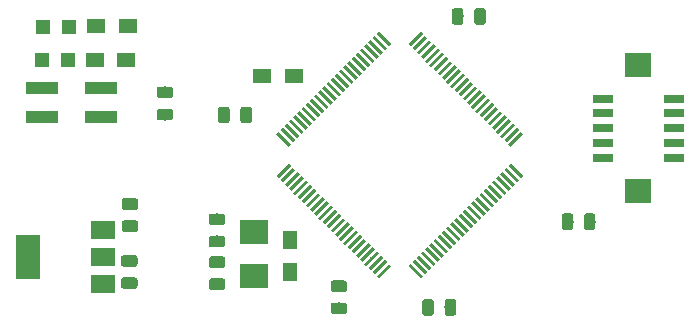
<source format=gtp>
G04 #@! TF.GenerationSoftware,KiCad,Pcbnew,(6.0.0-rc1-dev-1521-g81a0ab4d7)*
G04 #@! TF.CreationDate,2019-02-16T05:45:15+09:00
G04 #@! TF.ProjectId,STM32F303VET6,53544d33-3246-4333-9033-564554362e6b,rev?*
G04 #@! TF.SameCoordinates,Original*
G04 #@! TF.FileFunction,Paste,Top*
G04 #@! TF.FilePolarity,Positive*
%FSLAX46Y46*%
G04 Gerber Fmt 4.6, Leading zero omitted, Abs format (unit mm)*
G04 Created by KiCad (PCBNEW (6.0.0-rc1-dev-1521-g81a0ab4d7)) date 2019/02/16 5:45:15*
%MOMM*%
%LPD*%
G04 APERTURE LIST*
%ADD10C,0.100000*%
%ADD11C,0.975000*%
%ADD12R,2.400000X2.000000*%
%ADD13C,0.280000*%
%ADD14R,1.200000X1.200000*%
%ADD15R,1.500000X1.300000*%
%ADD16R,1.300000X1.500000*%
%ADD17R,2.750000X1.000000*%
%ADD18R,2.000000X1.500000*%
%ADD19R,2.000000X3.800000*%
%ADD20R,1.700000X0.700000*%
%ADD21R,2.200000X2.000000*%
G04 APERTURE END LIST*
D10*
G36*
X119900142Y-111948674D02*
G01*
X119923803Y-111952184D01*
X119947007Y-111957996D01*
X119969529Y-111966054D01*
X119991153Y-111976282D01*
X120011670Y-111988579D01*
X120030883Y-112002829D01*
X120048607Y-112018893D01*
X120064671Y-112036617D01*
X120078921Y-112055830D01*
X120091218Y-112076347D01*
X120101446Y-112097971D01*
X120109504Y-112120493D01*
X120115316Y-112143697D01*
X120118826Y-112167358D01*
X120120000Y-112191250D01*
X120120000Y-112678750D01*
X120118826Y-112702642D01*
X120115316Y-112726303D01*
X120109504Y-112749507D01*
X120101446Y-112772029D01*
X120091218Y-112793653D01*
X120078921Y-112814170D01*
X120064671Y-112833383D01*
X120048607Y-112851107D01*
X120030883Y-112867171D01*
X120011670Y-112881421D01*
X119991153Y-112893718D01*
X119969529Y-112903946D01*
X119947007Y-112912004D01*
X119923803Y-112917816D01*
X119900142Y-112921326D01*
X119876250Y-112922500D01*
X118963750Y-112922500D01*
X118939858Y-112921326D01*
X118916197Y-112917816D01*
X118892993Y-112912004D01*
X118870471Y-112903946D01*
X118848847Y-112893718D01*
X118828330Y-112881421D01*
X118809117Y-112867171D01*
X118791393Y-112851107D01*
X118775329Y-112833383D01*
X118761079Y-112814170D01*
X118748782Y-112793653D01*
X118738554Y-112772029D01*
X118730496Y-112749507D01*
X118724684Y-112726303D01*
X118721174Y-112702642D01*
X118720000Y-112678750D01*
X118720000Y-112191250D01*
X118721174Y-112167358D01*
X118724684Y-112143697D01*
X118730496Y-112120493D01*
X118738554Y-112097971D01*
X118748782Y-112076347D01*
X118761079Y-112055830D01*
X118775329Y-112036617D01*
X118791393Y-112018893D01*
X118809117Y-112002829D01*
X118828330Y-111988579D01*
X118848847Y-111976282D01*
X118870471Y-111966054D01*
X118892993Y-111957996D01*
X118916197Y-111952184D01*
X118939858Y-111948674D01*
X118963750Y-111947500D01*
X119876250Y-111947500D01*
X119900142Y-111948674D01*
X119900142Y-111948674D01*
G37*
D11*
X119420000Y-112435000D03*
D10*
G36*
X119900142Y-113823674D02*
G01*
X119923803Y-113827184D01*
X119947007Y-113832996D01*
X119969529Y-113841054D01*
X119991153Y-113851282D01*
X120011670Y-113863579D01*
X120030883Y-113877829D01*
X120048607Y-113893893D01*
X120064671Y-113911617D01*
X120078921Y-113930830D01*
X120091218Y-113951347D01*
X120101446Y-113972971D01*
X120109504Y-113995493D01*
X120115316Y-114018697D01*
X120118826Y-114042358D01*
X120120000Y-114066250D01*
X120120000Y-114553750D01*
X120118826Y-114577642D01*
X120115316Y-114601303D01*
X120109504Y-114624507D01*
X120101446Y-114647029D01*
X120091218Y-114668653D01*
X120078921Y-114689170D01*
X120064671Y-114708383D01*
X120048607Y-114726107D01*
X120030883Y-114742171D01*
X120011670Y-114756421D01*
X119991153Y-114768718D01*
X119969529Y-114778946D01*
X119947007Y-114787004D01*
X119923803Y-114792816D01*
X119900142Y-114796326D01*
X119876250Y-114797500D01*
X118963750Y-114797500D01*
X118939858Y-114796326D01*
X118916197Y-114792816D01*
X118892993Y-114787004D01*
X118870471Y-114778946D01*
X118848847Y-114768718D01*
X118828330Y-114756421D01*
X118809117Y-114742171D01*
X118791393Y-114726107D01*
X118775329Y-114708383D01*
X118761079Y-114689170D01*
X118748782Y-114668653D01*
X118738554Y-114647029D01*
X118730496Y-114624507D01*
X118724684Y-114601303D01*
X118721174Y-114577642D01*
X118720000Y-114553750D01*
X118720000Y-114066250D01*
X118721174Y-114042358D01*
X118724684Y-114018697D01*
X118730496Y-113995493D01*
X118738554Y-113972971D01*
X118748782Y-113951347D01*
X118761079Y-113930830D01*
X118775329Y-113911617D01*
X118791393Y-113893893D01*
X118809117Y-113877829D01*
X118828330Y-113863579D01*
X118848847Y-113851282D01*
X118870471Y-113841054D01*
X118892993Y-113832996D01*
X118916197Y-113827184D01*
X118939858Y-113823674D01*
X118963750Y-113822500D01*
X119876250Y-113822500D01*
X119900142Y-113823674D01*
X119900142Y-113823674D01*
G37*
D11*
X119420000Y-114310000D03*
D10*
G36*
X127257642Y-113531174D02*
G01*
X127281303Y-113534684D01*
X127304507Y-113540496D01*
X127327029Y-113548554D01*
X127348653Y-113558782D01*
X127369170Y-113571079D01*
X127388383Y-113585329D01*
X127406107Y-113601393D01*
X127422171Y-113619117D01*
X127436421Y-113638330D01*
X127448718Y-113658847D01*
X127458946Y-113680471D01*
X127467004Y-113702993D01*
X127472816Y-113726197D01*
X127476326Y-113749858D01*
X127477500Y-113773750D01*
X127477500Y-114686250D01*
X127476326Y-114710142D01*
X127472816Y-114733803D01*
X127467004Y-114757007D01*
X127458946Y-114779529D01*
X127448718Y-114801153D01*
X127436421Y-114821670D01*
X127422171Y-114840883D01*
X127406107Y-114858607D01*
X127388383Y-114874671D01*
X127369170Y-114888921D01*
X127348653Y-114901218D01*
X127327029Y-114911446D01*
X127304507Y-114919504D01*
X127281303Y-114925316D01*
X127257642Y-114928826D01*
X127233750Y-114930000D01*
X126746250Y-114930000D01*
X126722358Y-114928826D01*
X126698697Y-114925316D01*
X126675493Y-114919504D01*
X126652971Y-114911446D01*
X126631347Y-114901218D01*
X126610830Y-114888921D01*
X126591617Y-114874671D01*
X126573893Y-114858607D01*
X126557829Y-114840883D01*
X126543579Y-114821670D01*
X126531282Y-114801153D01*
X126521054Y-114779529D01*
X126512996Y-114757007D01*
X126507184Y-114733803D01*
X126503674Y-114710142D01*
X126502500Y-114686250D01*
X126502500Y-113773750D01*
X126503674Y-113749858D01*
X126507184Y-113726197D01*
X126512996Y-113702993D01*
X126521054Y-113680471D01*
X126531282Y-113658847D01*
X126543579Y-113638330D01*
X126557829Y-113619117D01*
X126573893Y-113601393D01*
X126591617Y-113585329D01*
X126610830Y-113571079D01*
X126631347Y-113558782D01*
X126652971Y-113548554D01*
X126675493Y-113540496D01*
X126698697Y-113534684D01*
X126722358Y-113531174D01*
X126746250Y-113530000D01*
X127233750Y-113530000D01*
X127257642Y-113531174D01*
X127257642Y-113531174D01*
G37*
D11*
X126990000Y-114230000D03*
D10*
G36*
X129132642Y-113531174D02*
G01*
X129156303Y-113534684D01*
X129179507Y-113540496D01*
X129202029Y-113548554D01*
X129223653Y-113558782D01*
X129244170Y-113571079D01*
X129263383Y-113585329D01*
X129281107Y-113601393D01*
X129297171Y-113619117D01*
X129311421Y-113638330D01*
X129323718Y-113658847D01*
X129333946Y-113680471D01*
X129342004Y-113702993D01*
X129347816Y-113726197D01*
X129351326Y-113749858D01*
X129352500Y-113773750D01*
X129352500Y-114686250D01*
X129351326Y-114710142D01*
X129347816Y-114733803D01*
X129342004Y-114757007D01*
X129333946Y-114779529D01*
X129323718Y-114801153D01*
X129311421Y-114821670D01*
X129297171Y-114840883D01*
X129281107Y-114858607D01*
X129263383Y-114874671D01*
X129244170Y-114888921D01*
X129223653Y-114901218D01*
X129202029Y-114911446D01*
X129179507Y-114919504D01*
X129156303Y-114925316D01*
X129132642Y-114928826D01*
X129108750Y-114930000D01*
X128621250Y-114930000D01*
X128597358Y-114928826D01*
X128573697Y-114925316D01*
X128550493Y-114919504D01*
X128527971Y-114911446D01*
X128506347Y-114901218D01*
X128485830Y-114888921D01*
X128466617Y-114874671D01*
X128448893Y-114858607D01*
X128432829Y-114840883D01*
X128418579Y-114821670D01*
X128406282Y-114801153D01*
X128396054Y-114779529D01*
X128387996Y-114757007D01*
X128382184Y-114733803D01*
X128378674Y-114710142D01*
X128377500Y-114686250D01*
X128377500Y-113773750D01*
X128378674Y-113749858D01*
X128382184Y-113726197D01*
X128387996Y-113702993D01*
X128396054Y-113680471D01*
X128406282Y-113658847D01*
X128418579Y-113638330D01*
X128432829Y-113619117D01*
X128448893Y-113601393D01*
X128466617Y-113585329D01*
X128485830Y-113571079D01*
X128506347Y-113558782D01*
X128527971Y-113548554D01*
X128550493Y-113540496D01*
X128573697Y-113534684D01*
X128597358Y-113531174D01*
X128621250Y-113530000D01*
X129108750Y-113530000D01*
X129132642Y-113531174D01*
X129132642Y-113531174D01*
G37*
D11*
X128865000Y-114230000D03*
D12*
X112260000Y-107880000D03*
X112260000Y-111580000D03*
D13*
X114761216Y-99976497D03*
D10*
G36*
X115390541Y-100407832D02*
G01*
X115192551Y-100605822D01*
X114131891Y-99545162D01*
X114329881Y-99347172D01*
X115390541Y-100407832D01*
X115390541Y-100407832D01*
G37*
D13*
X115114769Y-99622944D03*
D10*
G36*
X115744094Y-100054279D02*
G01*
X115546104Y-100252269D01*
X114485444Y-99191609D01*
X114683434Y-98993619D01*
X115744094Y-100054279D01*
X115744094Y-100054279D01*
G37*
D13*
X115468323Y-99269390D03*
D10*
G36*
X116097648Y-99700725D02*
G01*
X115899658Y-99898715D01*
X114838998Y-98838055D01*
X115036988Y-98640065D01*
X116097648Y-99700725D01*
X116097648Y-99700725D01*
G37*
D13*
X115821876Y-98915837D03*
D10*
G36*
X116451201Y-99347172D02*
G01*
X116253211Y-99545162D01*
X115192551Y-98484502D01*
X115390541Y-98286512D01*
X116451201Y-99347172D01*
X116451201Y-99347172D01*
G37*
D13*
X116175429Y-98562284D03*
D10*
G36*
X116804754Y-98993619D02*
G01*
X116606764Y-99191609D01*
X115546104Y-98130949D01*
X115744094Y-97932959D01*
X116804754Y-98993619D01*
X116804754Y-98993619D01*
G37*
D13*
X116528983Y-98208730D03*
D10*
G36*
X117158308Y-98640065D02*
G01*
X116960318Y-98838055D01*
X115899658Y-97777395D01*
X116097648Y-97579405D01*
X117158308Y-98640065D01*
X117158308Y-98640065D01*
G37*
D13*
X116882536Y-97855177D03*
D10*
G36*
X117511861Y-98286512D02*
G01*
X117313871Y-98484502D01*
X116253211Y-97423842D01*
X116451201Y-97225852D01*
X117511861Y-98286512D01*
X117511861Y-98286512D01*
G37*
D13*
X117236089Y-97501623D03*
D10*
G36*
X117865414Y-97932958D02*
G01*
X117667424Y-98130948D01*
X116606764Y-97070288D01*
X116804754Y-96872298D01*
X117865414Y-97932958D01*
X117865414Y-97932958D01*
G37*
D13*
X117589643Y-97148070D03*
D10*
G36*
X118218968Y-97579405D02*
G01*
X118020978Y-97777395D01*
X116960318Y-96716735D01*
X117158308Y-96518745D01*
X118218968Y-97579405D01*
X118218968Y-97579405D01*
G37*
D13*
X117943196Y-96794517D03*
D10*
G36*
X118572521Y-97225852D02*
G01*
X118374531Y-97423842D01*
X117313871Y-96363182D01*
X117511861Y-96165192D01*
X118572521Y-97225852D01*
X118572521Y-97225852D01*
G37*
D13*
X118296750Y-96440963D03*
D10*
G36*
X118926075Y-96872298D02*
G01*
X118728085Y-97070288D01*
X117667425Y-96009628D01*
X117865415Y-95811638D01*
X118926075Y-96872298D01*
X118926075Y-96872298D01*
G37*
D13*
X118650303Y-96087410D03*
D10*
G36*
X119279628Y-96518745D02*
G01*
X119081638Y-96716735D01*
X118020978Y-95656075D01*
X118218968Y-95458085D01*
X119279628Y-96518745D01*
X119279628Y-96518745D01*
G37*
D13*
X119003856Y-95733856D03*
D10*
G36*
X119633181Y-96165191D02*
G01*
X119435191Y-96363181D01*
X118374531Y-95302521D01*
X118572521Y-95104531D01*
X119633181Y-96165191D01*
X119633181Y-96165191D01*
G37*
D13*
X119357410Y-95380303D03*
D10*
G36*
X119986735Y-95811638D02*
G01*
X119788745Y-96009628D01*
X118728085Y-94948968D01*
X118926075Y-94750978D01*
X119986735Y-95811638D01*
X119986735Y-95811638D01*
G37*
D13*
X119710963Y-95026750D03*
D10*
G36*
X120340288Y-95458085D02*
G01*
X120142298Y-95656075D01*
X119081638Y-94595415D01*
X119279628Y-94397425D01*
X120340288Y-95458085D01*
X120340288Y-95458085D01*
G37*
D13*
X120064517Y-94673196D03*
D10*
G36*
X120693842Y-95104531D02*
G01*
X120495852Y-95302521D01*
X119435192Y-94241861D01*
X119633182Y-94043871D01*
X120693842Y-95104531D01*
X120693842Y-95104531D01*
G37*
D13*
X120418070Y-94319643D03*
D10*
G36*
X121047395Y-94750978D02*
G01*
X120849405Y-94948968D01*
X119788745Y-93888308D01*
X119986735Y-93690318D01*
X121047395Y-94750978D01*
X121047395Y-94750978D01*
G37*
D13*
X120771623Y-93966089D03*
D10*
G36*
X121400948Y-94397424D02*
G01*
X121202958Y-94595414D01*
X120142298Y-93534754D01*
X120340288Y-93336764D01*
X121400948Y-94397424D01*
X121400948Y-94397424D01*
G37*
D13*
X121125177Y-93612536D03*
D10*
G36*
X121754502Y-94043871D02*
G01*
X121556512Y-94241861D01*
X120495852Y-93181201D01*
X120693842Y-92983211D01*
X121754502Y-94043871D01*
X121754502Y-94043871D01*
G37*
D13*
X121478730Y-93258983D03*
D10*
G36*
X122108055Y-93690318D02*
G01*
X121910065Y-93888308D01*
X120849405Y-92827648D01*
X121047395Y-92629658D01*
X122108055Y-93690318D01*
X122108055Y-93690318D01*
G37*
D13*
X121832284Y-92905429D03*
D10*
G36*
X122461609Y-93336764D02*
G01*
X122263619Y-93534754D01*
X121202959Y-92474094D01*
X121400949Y-92276104D01*
X122461609Y-93336764D01*
X122461609Y-93336764D01*
G37*
D13*
X122185837Y-92551876D03*
D10*
G36*
X122815162Y-92983211D02*
G01*
X122617172Y-93181201D01*
X121556512Y-92120541D01*
X121754502Y-91922551D01*
X122815162Y-92983211D01*
X122815162Y-92983211D01*
G37*
D13*
X122539390Y-92198323D03*
D10*
G36*
X123168715Y-92629658D02*
G01*
X122970725Y-92827648D01*
X121910065Y-91766988D01*
X122108055Y-91568998D01*
X123168715Y-92629658D01*
X123168715Y-92629658D01*
G37*
D13*
X122892944Y-91844769D03*
D10*
G36*
X123522269Y-92276104D02*
G01*
X123324279Y-92474094D01*
X122263619Y-91413434D01*
X122461609Y-91215444D01*
X123522269Y-92276104D01*
X123522269Y-92276104D01*
G37*
D13*
X123246497Y-91491216D03*
D10*
G36*
X123875822Y-91922551D02*
G01*
X123677832Y-92120541D01*
X122617172Y-91059881D01*
X122815162Y-90861891D01*
X123875822Y-91922551D01*
X123875822Y-91922551D01*
G37*
D13*
X125933503Y-91491216D03*
D10*
G36*
X125502168Y-92120541D02*
G01*
X125304178Y-91922551D01*
X126364838Y-90861891D01*
X126562828Y-91059881D01*
X125502168Y-92120541D01*
X125502168Y-92120541D01*
G37*
D13*
X126287056Y-91844769D03*
D10*
G36*
X125855721Y-92474094D02*
G01*
X125657731Y-92276104D01*
X126718391Y-91215444D01*
X126916381Y-91413434D01*
X125855721Y-92474094D01*
X125855721Y-92474094D01*
G37*
D13*
X126640610Y-92198323D03*
D10*
G36*
X126209275Y-92827648D02*
G01*
X126011285Y-92629658D01*
X127071945Y-91568998D01*
X127269935Y-91766988D01*
X126209275Y-92827648D01*
X126209275Y-92827648D01*
G37*
D13*
X126994163Y-92551876D03*
D10*
G36*
X126562828Y-93181201D02*
G01*
X126364838Y-92983211D01*
X127425498Y-91922551D01*
X127623488Y-92120541D01*
X126562828Y-93181201D01*
X126562828Y-93181201D01*
G37*
D13*
X127347716Y-92905429D03*
D10*
G36*
X126916381Y-93534754D02*
G01*
X126718391Y-93336764D01*
X127779051Y-92276104D01*
X127977041Y-92474094D01*
X126916381Y-93534754D01*
X126916381Y-93534754D01*
G37*
D13*
X127701270Y-93258983D03*
D10*
G36*
X127269935Y-93888308D02*
G01*
X127071945Y-93690318D01*
X128132605Y-92629658D01*
X128330595Y-92827648D01*
X127269935Y-93888308D01*
X127269935Y-93888308D01*
G37*
D13*
X128054823Y-93612536D03*
D10*
G36*
X127623488Y-94241861D02*
G01*
X127425498Y-94043871D01*
X128486158Y-92983211D01*
X128684148Y-93181201D01*
X127623488Y-94241861D01*
X127623488Y-94241861D01*
G37*
D13*
X128408377Y-93966089D03*
D10*
G36*
X127977042Y-94595414D02*
G01*
X127779052Y-94397424D01*
X128839712Y-93336764D01*
X129037702Y-93534754D01*
X127977042Y-94595414D01*
X127977042Y-94595414D01*
G37*
D13*
X128761930Y-94319643D03*
D10*
G36*
X128330595Y-94948968D02*
G01*
X128132605Y-94750978D01*
X129193265Y-93690318D01*
X129391255Y-93888308D01*
X128330595Y-94948968D01*
X128330595Y-94948968D01*
G37*
D13*
X129115483Y-94673196D03*
D10*
G36*
X128684148Y-95302521D02*
G01*
X128486158Y-95104531D01*
X129546818Y-94043871D01*
X129744808Y-94241861D01*
X128684148Y-95302521D01*
X128684148Y-95302521D01*
G37*
D13*
X129469037Y-95026750D03*
D10*
G36*
X129037702Y-95656075D02*
G01*
X128839712Y-95458085D01*
X129900372Y-94397425D01*
X130098362Y-94595415D01*
X129037702Y-95656075D01*
X129037702Y-95656075D01*
G37*
D13*
X129822590Y-95380303D03*
D10*
G36*
X129391255Y-96009628D02*
G01*
X129193265Y-95811638D01*
X130253925Y-94750978D01*
X130451915Y-94948968D01*
X129391255Y-96009628D01*
X129391255Y-96009628D01*
G37*
D13*
X130176144Y-95733856D03*
D10*
G36*
X129744809Y-96363181D02*
G01*
X129546819Y-96165191D01*
X130607479Y-95104531D01*
X130805469Y-95302521D01*
X129744809Y-96363181D01*
X129744809Y-96363181D01*
G37*
D13*
X130529697Y-96087410D03*
D10*
G36*
X130098362Y-96716735D02*
G01*
X129900372Y-96518745D01*
X130961032Y-95458085D01*
X131159022Y-95656075D01*
X130098362Y-96716735D01*
X130098362Y-96716735D01*
G37*
D13*
X130883250Y-96440963D03*
D10*
G36*
X130451915Y-97070288D02*
G01*
X130253925Y-96872298D01*
X131314585Y-95811638D01*
X131512575Y-96009628D01*
X130451915Y-97070288D01*
X130451915Y-97070288D01*
G37*
D13*
X131236804Y-96794517D03*
D10*
G36*
X130805469Y-97423842D02*
G01*
X130607479Y-97225852D01*
X131668139Y-96165192D01*
X131866129Y-96363182D01*
X130805469Y-97423842D01*
X130805469Y-97423842D01*
G37*
D13*
X131590357Y-97148070D03*
D10*
G36*
X131159022Y-97777395D02*
G01*
X130961032Y-97579405D01*
X132021692Y-96518745D01*
X132219682Y-96716735D01*
X131159022Y-97777395D01*
X131159022Y-97777395D01*
G37*
D13*
X131943911Y-97501623D03*
D10*
G36*
X131512576Y-98130948D02*
G01*
X131314586Y-97932958D01*
X132375246Y-96872298D01*
X132573236Y-97070288D01*
X131512576Y-98130948D01*
X131512576Y-98130948D01*
G37*
D13*
X132297464Y-97855177D03*
D10*
G36*
X131866129Y-98484502D02*
G01*
X131668139Y-98286512D01*
X132728799Y-97225852D01*
X132926789Y-97423842D01*
X131866129Y-98484502D01*
X131866129Y-98484502D01*
G37*
D13*
X132651017Y-98208730D03*
D10*
G36*
X132219682Y-98838055D02*
G01*
X132021692Y-98640065D01*
X133082352Y-97579405D01*
X133280342Y-97777395D01*
X132219682Y-98838055D01*
X132219682Y-98838055D01*
G37*
D13*
X133004571Y-98562284D03*
D10*
G36*
X132573236Y-99191609D02*
G01*
X132375246Y-98993619D01*
X133435906Y-97932959D01*
X133633896Y-98130949D01*
X132573236Y-99191609D01*
X132573236Y-99191609D01*
G37*
D13*
X133358124Y-98915837D03*
D10*
G36*
X132926789Y-99545162D02*
G01*
X132728799Y-99347172D01*
X133789459Y-98286512D01*
X133987449Y-98484502D01*
X132926789Y-99545162D01*
X132926789Y-99545162D01*
G37*
D13*
X133711677Y-99269390D03*
D10*
G36*
X133280342Y-99898715D02*
G01*
X133082352Y-99700725D01*
X134143012Y-98640065D01*
X134341002Y-98838055D01*
X133280342Y-99898715D01*
X133280342Y-99898715D01*
G37*
D13*
X134065231Y-99622944D03*
D10*
G36*
X133633896Y-100252269D02*
G01*
X133435906Y-100054279D01*
X134496566Y-98993619D01*
X134694556Y-99191609D01*
X133633896Y-100252269D01*
X133633896Y-100252269D01*
G37*
D13*
X134418784Y-99976497D03*
D10*
G36*
X133987449Y-100605822D02*
G01*
X133789459Y-100407832D01*
X134850119Y-99347172D01*
X135048109Y-99545162D01*
X133987449Y-100605822D01*
X133987449Y-100605822D01*
G37*
D13*
X134418784Y-102663503D03*
D10*
G36*
X135048109Y-103094838D02*
G01*
X134850119Y-103292828D01*
X133789459Y-102232168D01*
X133987449Y-102034178D01*
X135048109Y-103094838D01*
X135048109Y-103094838D01*
G37*
D13*
X134065231Y-103017056D03*
D10*
G36*
X134694556Y-103448391D02*
G01*
X134496566Y-103646381D01*
X133435906Y-102585721D01*
X133633896Y-102387731D01*
X134694556Y-103448391D01*
X134694556Y-103448391D01*
G37*
D13*
X133711677Y-103370610D03*
D10*
G36*
X134341002Y-103801945D02*
G01*
X134143012Y-103999935D01*
X133082352Y-102939275D01*
X133280342Y-102741285D01*
X134341002Y-103801945D01*
X134341002Y-103801945D01*
G37*
D13*
X133358124Y-103724163D03*
D10*
G36*
X133987449Y-104155498D02*
G01*
X133789459Y-104353488D01*
X132728799Y-103292828D01*
X132926789Y-103094838D01*
X133987449Y-104155498D01*
X133987449Y-104155498D01*
G37*
D13*
X133004571Y-104077716D03*
D10*
G36*
X133633896Y-104509051D02*
G01*
X133435906Y-104707041D01*
X132375246Y-103646381D01*
X132573236Y-103448391D01*
X133633896Y-104509051D01*
X133633896Y-104509051D01*
G37*
D13*
X132651017Y-104431270D03*
D10*
G36*
X133280342Y-104862605D02*
G01*
X133082352Y-105060595D01*
X132021692Y-103999935D01*
X132219682Y-103801945D01*
X133280342Y-104862605D01*
X133280342Y-104862605D01*
G37*
D13*
X132297464Y-104784823D03*
D10*
G36*
X132926789Y-105216158D02*
G01*
X132728799Y-105414148D01*
X131668139Y-104353488D01*
X131866129Y-104155498D01*
X132926789Y-105216158D01*
X132926789Y-105216158D01*
G37*
D13*
X131943911Y-105138377D03*
D10*
G36*
X132573236Y-105569712D02*
G01*
X132375246Y-105767702D01*
X131314586Y-104707042D01*
X131512576Y-104509052D01*
X132573236Y-105569712D01*
X132573236Y-105569712D01*
G37*
D13*
X131590357Y-105491930D03*
D10*
G36*
X132219682Y-105923265D02*
G01*
X132021692Y-106121255D01*
X130961032Y-105060595D01*
X131159022Y-104862605D01*
X132219682Y-105923265D01*
X132219682Y-105923265D01*
G37*
D13*
X131236804Y-105845483D03*
D10*
G36*
X131866129Y-106276818D02*
G01*
X131668139Y-106474808D01*
X130607479Y-105414148D01*
X130805469Y-105216158D01*
X131866129Y-106276818D01*
X131866129Y-106276818D01*
G37*
D13*
X130883250Y-106199037D03*
D10*
G36*
X131512575Y-106630372D02*
G01*
X131314585Y-106828362D01*
X130253925Y-105767702D01*
X130451915Y-105569712D01*
X131512575Y-106630372D01*
X131512575Y-106630372D01*
G37*
D13*
X130529697Y-106552590D03*
D10*
G36*
X131159022Y-106983925D02*
G01*
X130961032Y-107181915D01*
X129900372Y-106121255D01*
X130098362Y-105923265D01*
X131159022Y-106983925D01*
X131159022Y-106983925D01*
G37*
D13*
X130176144Y-106906144D03*
D10*
G36*
X130805469Y-107337479D02*
G01*
X130607479Y-107535469D01*
X129546819Y-106474809D01*
X129744809Y-106276819D01*
X130805469Y-107337479D01*
X130805469Y-107337479D01*
G37*
D13*
X129822590Y-107259697D03*
D10*
G36*
X130451915Y-107691032D02*
G01*
X130253925Y-107889022D01*
X129193265Y-106828362D01*
X129391255Y-106630372D01*
X130451915Y-107691032D01*
X130451915Y-107691032D01*
G37*
D13*
X129469037Y-107613250D03*
D10*
G36*
X130098362Y-108044585D02*
G01*
X129900372Y-108242575D01*
X128839712Y-107181915D01*
X129037702Y-106983925D01*
X130098362Y-108044585D01*
X130098362Y-108044585D01*
G37*
D13*
X129115483Y-107966804D03*
D10*
G36*
X129744808Y-108398139D02*
G01*
X129546818Y-108596129D01*
X128486158Y-107535469D01*
X128684148Y-107337479D01*
X129744808Y-108398139D01*
X129744808Y-108398139D01*
G37*
D13*
X128761930Y-108320357D03*
D10*
G36*
X129391255Y-108751692D02*
G01*
X129193265Y-108949682D01*
X128132605Y-107889022D01*
X128330595Y-107691032D01*
X129391255Y-108751692D01*
X129391255Y-108751692D01*
G37*
D13*
X128408377Y-108673911D03*
D10*
G36*
X129037702Y-109105246D02*
G01*
X128839712Y-109303236D01*
X127779052Y-108242576D01*
X127977042Y-108044586D01*
X129037702Y-109105246D01*
X129037702Y-109105246D01*
G37*
D13*
X128054823Y-109027464D03*
D10*
G36*
X128684148Y-109458799D02*
G01*
X128486158Y-109656789D01*
X127425498Y-108596129D01*
X127623488Y-108398139D01*
X128684148Y-109458799D01*
X128684148Y-109458799D01*
G37*
D13*
X127701270Y-109381017D03*
D10*
G36*
X128330595Y-109812352D02*
G01*
X128132605Y-110010342D01*
X127071945Y-108949682D01*
X127269935Y-108751692D01*
X128330595Y-109812352D01*
X128330595Y-109812352D01*
G37*
D13*
X127347716Y-109734571D03*
D10*
G36*
X127977041Y-110165906D02*
G01*
X127779051Y-110363896D01*
X126718391Y-109303236D01*
X126916381Y-109105246D01*
X127977041Y-110165906D01*
X127977041Y-110165906D01*
G37*
D13*
X126994163Y-110088124D03*
D10*
G36*
X127623488Y-110519459D02*
G01*
X127425498Y-110717449D01*
X126364838Y-109656789D01*
X126562828Y-109458799D01*
X127623488Y-110519459D01*
X127623488Y-110519459D01*
G37*
D13*
X126640610Y-110441677D03*
D10*
G36*
X127269935Y-110873012D02*
G01*
X127071945Y-111071002D01*
X126011285Y-110010342D01*
X126209275Y-109812352D01*
X127269935Y-110873012D01*
X127269935Y-110873012D01*
G37*
D13*
X126287056Y-110795231D03*
D10*
G36*
X126916381Y-111226566D02*
G01*
X126718391Y-111424556D01*
X125657731Y-110363896D01*
X125855721Y-110165906D01*
X126916381Y-111226566D01*
X126916381Y-111226566D01*
G37*
D13*
X125933503Y-111148784D03*
D10*
G36*
X126562828Y-111580119D02*
G01*
X126364838Y-111778109D01*
X125304178Y-110717449D01*
X125502168Y-110519459D01*
X126562828Y-111580119D01*
X126562828Y-111580119D01*
G37*
D13*
X123246497Y-111148784D03*
D10*
G36*
X122815162Y-111778109D02*
G01*
X122617172Y-111580119D01*
X123677832Y-110519459D01*
X123875822Y-110717449D01*
X122815162Y-111778109D01*
X122815162Y-111778109D01*
G37*
D13*
X122892944Y-110795231D03*
D10*
G36*
X122461609Y-111424556D02*
G01*
X122263619Y-111226566D01*
X123324279Y-110165906D01*
X123522269Y-110363896D01*
X122461609Y-111424556D01*
X122461609Y-111424556D01*
G37*
D13*
X122539390Y-110441677D03*
D10*
G36*
X122108055Y-111071002D02*
G01*
X121910065Y-110873012D01*
X122970725Y-109812352D01*
X123168715Y-110010342D01*
X122108055Y-111071002D01*
X122108055Y-111071002D01*
G37*
D13*
X122185837Y-110088124D03*
D10*
G36*
X121754502Y-110717449D02*
G01*
X121556512Y-110519459D01*
X122617172Y-109458799D01*
X122815162Y-109656789D01*
X121754502Y-110717449D01*
X121754502Y-110717449D01*
G37*
D13*
X121832284Y-109734571D03*
D10*
G36*
X121400949Y-110363896D02*
G01*
X121202959Y-110165906D01*
X122263619Y-109105246D01*
X122461609Y-109303236D01*
X121400949Y-110363896D01*
X121400949Y-110363896D01*
G37*
D13*
X121478730Y-109381017D03*
D10*
G36*
X121047395Y-110010342D02*
G01*
X120849405Y-109812352D01*
X121910065Y-108751692D01*
X122108055Y-108949682D01*
X121047395Y-110010342D01*
X121047395Y-110010342D01*
G37*
D13*
X121125177Y-109027464D03*
D10*
G36*
X120693842Y-109656789D02*
G01*
X120495852Y-109458799D01*
X121556512Y-108398139D01*
X121754502Y-108596129D01*
X120693842Y-109656789D01*
X120693842Y-109656789D01*
G37*
D13*
X120771623Y-108673911D03*
D10*
G36*
X120340288Y-109303236D02*
G01*
X120142298Y-109105246D01*
X121202958Y-108044586D01*
X121400948Y-108242576D01*
X120340288Y-109303236D01*
X120340288Y-109303236D01*
G37*
D13*
X120418070Y-108320357D03*
D10*
G36*
X119986735Y-108949682D02*
G01*
X119788745Y-108751692D01*
X120849405Y-107691032D01*
X121047395Y-107889022D01*
X119986735Y-108949682D01*
X119986735Y-108949682D01*
G37*
D13*
X120064517Y-107966804D03*
D10*
G36*
X119633182Y-108596129D02*
G01*
X119435192Y-108398139D01*
X120495852Y-107337479D01*
X120693842Y-107535469D01*
X119633182Y-108596129D01*
X119633182Y-108596129D01*
G37*
D13*
X119710963Y-107613250D03*
D10*
G36*
X119279628Y-108242575D02*
G01*
X119081638Y-108044585D01*
X120142298Y-106983925D01*
X120340288Y-107181915D01*
X119279628Y-108242575D01*
X119279628Y-108242575D01*
G37*
D13*
X119357410Y-107259697D03*
D10*
G36*
X118926075Y-107889022D02*
G01*
X118728085Y-107691032D01*
X119788745Y-106630372D01*
X119986735Y-106828362D01*
X118926075Y-107889022D01*
X118926075Y-107889022D01*
G37*
D13*
X119003856Y-106906144D03*
D10*
G36*
X118572521Y-107535469D02*
G01*
X118374531Y-107337479D01*
X119435191Y-106276819D01*
X119633181Y-106474809D01*
X118572521Y-107535469D01*
X118572521Y-107535469D01*
G37*
D13*
X118650303Y-106552590D03*
D10*
G36*
X118218968Y-107181915D02*
G01*
X118020978Y-106983925D01*
X119081638Y-105923265D01*
X119279628Y-106121255D01*
X118218968Y-107181915D01*
X118218968Y-107181915D01*
G37*
D13*
X118296750Y-106199037D03*
D10*
G36*
X117865415Y-106828362D02*
G01*
X117667425Y-106630372D01*
X118728085Y-105569712D01*
X118926075Y-105767702D01*
X117865415Y-106828362D01*
X117865415Y-106828362D01*
G37*
D13*
X117943196Y-105845483D03*
D10*
G36*
X117511861Y-106474808D02*
G01*
X117313871Y-106276818D01*
X118374531Y-105216158D01*
X118572521Y-105414148D01*
X117511861Y-106474808D01*
X117511861Y-106474808D01*
G37*
D13*
X117589643Y-105491930D03*
D10*
G36*
X117158308Y-106121255D02*
G01*
X116960318Y-105923265D01*
X118020978Y-104862605D01*
X118218968Y-105060595D01*
X117158308Y-106121255D01*
X117158308Y-106121255D01*
G37*
D13*
X117236089Y-105138377D03*
D10*
G36*
X116804754Y-105767702D02*
G01*
X116606764Y-105569712D01*
X117667424Y-104509052D01*
X117865414Y-104707042D01*
X116804754Y-105767702D01*
X116804754Y-105767702D01*
G37*
D13*
X116882536Y-104784823D03*
D10*
G36*
X116451201Y-105414148D02*
G01*
X116253211Y-105216158D01*
X117313871Y-104155498D01*
X117511861Y-104353488D01*
X116451201Y-105414148D01*
X116451201Y-105414148D01*
G37*
D13*
X116528983Y-104431270D03*
D10*
G36*
X116097648Y-105060595D02*
G01*
X115899658Y-104862605D01*
X116960318Y-103801945D01*
X117158308Y-103999935D01*
X116097648Y-105060595D01*
X116097648Y-105060595D01*
G37*
D13*
X116175429Y-104077716D03*
D10*
G36*
X115744094Y-104707041D02*
G01*
X115546104Y-104509051D01*
X116606764Y-103448391D01*
X116804754Y-103646381D01*
X115744094Y-104707041D01*
X115744094Y-104707041D01*
G37*
D13*
X115821876Y-103724163D03*
D10*
G36*
X115390541Y-104353488D02*
G01*
X115192551Y-104155498D01*
X116253211Y-103094838D01*
X116451201Y-103292828D01*
X115390541Y-104353488D01*
X115390541Y-104353488D01*
G37*
D13*
X115468323Y-103370610D03*
D10*
G36*
X115036988Y-103999935D02*
G01*
X114838998Y-103801945D01*
X115899658Y-102741285D01*
X116097648Y-102939275D01*
X115036988Y-103999935D01*
X115036988Y-103999935D01*
G37*
D13*
X115114769Y-103017056D03*
D10*
G36*
X114683434Y-103646381D02*
G01*
X114485444Y-103448391D01*
X115546104Y-102387731D01*
X115744094Y-102585721D01*
X114683434Y-103646381D01*
X114683434Y-103646381D01*
G37*
D13*
X114761216Y-102663503D03*
D10*
G36*
X114329881Y-103292828D02*
G01*
X114131891Y-103094838D01*
X115192551Y-102034178D01*
X115390541Y-102232168D01*
X114329881Y-103292828D01*
X114329881Y-103292828D01*
G37*
D14*
X96540000Y-90530000D03*
X94340000Y-90530000D03*
X94300000Y-93270000D03*
X96500000Y-93270000D03*
D15*
X115630000Y-94650000D03*
X112930000Y-94650000D03*
X101590000Y-90410000D03*
X98890000Y-90410000D03*
X98740000Y-93270000D03*
X101440000Y-93270000D03*
D16*
X115310000Y-108500000D03*
X115310000Y-111200000D03*
D17*
X94310000Y-98150000D03*
X99310000Y-98150000D03*
X99310000Y-95650000D03*
X94310000Y-95650000D03*
D18*
X99450000Y-112270000D03*
X99450000Y-107670000D03*
X99450000Y-109970000D03*
D19*
X93150000Y-109970000D03*
D10*
G36*
X105180142Y-97411174D02*
G01*
X105203803Y-97414684D01*
X105227007Y-97420496D01*
X105249529Y-97428554D01*
X105271153Y-97438782D01*
X105291670Y-97451079D01*
X105310883Y-97465329D01*
X105328607Y-97481393D01*
X105344671Y-97499117D01*
X105358921Y-97518330D01*
X105371218Y-97538847D01*
X105381446Y-97560471D01*
X105389504Y-97582993D01*
X105395316Y-97606197D01*
X105398826Y-97629858D01*
X105400000Y-97653750D01*
X105400000Y-98141250D01*
X105398826Y-98165142D01*
X105395316Y-98188803D01*
X105389504Y-98212007D01*
X105381446Y-98234529D01*
X105371218Y-98256153D01*
X105358921Y-98276670D01*
X105344671Y-98295883D01*
X105328607Y-98313607D01*
X105310883Y-98329671D01*
X105291670Y-98343921D01*
X105271153Y-98356218D01*
X105249529Y-98366446D01*
X105227007Y-98374504D01*
X105203803Y-98380316D01*
X105180142Y-98383826D01*
X105156250Y-98385000D01*
X104243750Y-98385000D01*
X104219858Y-98383826D01*
X104196197Y-98380316D01*
X104172993Y-98374504D01*
X104150471Y-98366446D01*
X104128847Y-98356218D01*
X104108330Y-98343921D01*
X104089117Y-98329671D01*
X104071393Y-98313607D01*
X104055329Y-98295883D01*
X104041079Y-98276670D01*
X104028782Y-98256153D01*
X104018554Y-98234529D01*
X104010496Y-98212007D01*
X104004684Y-98188803D01*
X104001174Y-98165142D01*
X104000000Y-98141250D01*
X104000000Y-97653750D01*
X104001174Y-97629858D01*
X104004684Y-97606197D01*
X104010496Y-97582993D01*
X104018554Y-97560471D01*
X104028782Y-97538847D01*
X104041079Y-97518330D01*
X104055329Y-97499117D01*
X104071393Y-97481393D01*
X104089117Y-97465329D01*
X104108330Y-97451079D01*
X104128847Y-97438782D01*
X104150471Y-97428554D01*
X104172993Y-97420496D01*
X104196197Y-97414684D01*
X104219858Y-97411174D01*
X104243750Y-97410000D01*
X105156250Y-97410000D01*
X105180142Y-97411174D01*
X105180142Y-97411174D01*
G37*
D11*
X104700000Y-97897500D03*
D10*
G36*
X105180142Y-95536174D02*
G01*
X105203803Y-95539684D01*
X105227007Y-95545496D01*
X105249529Y-95553554D01*
X105271153Y-95563782D01*
X105291670Y-95576079D01*
X105310883Y-95590329D01*
X105328607Y-95606393D01*
X105344671Y-95624117D01*
X105358921Y-95643330D01*
X105371218Y-95663847D01*
X105381446Y-95685471D01*
X105389504Y-95707993D01*
X105395316Y-95731197D01*
X105398826Y-95754858D01*
X105400000Y-95778750D01*
X105400000Y-96266250D01*
X105398826Y-96290142D01*
X105395316Y-96313803D01*
X105389504Y-96337007D01*
X105381446Y-96359529D01*
X105371218Y-96381153D01*
X105358921Y-96401670D01*
X105344671Y-96420883D01*
X105328607Y-96438607D01*
X105310883Y-96454671D01*
X105291670Y-96468921D01*
X105271153Y-96481218D01*
X105249529Y-96491446D01*
X105227007Y-96499504D01*
X105203803Y-96505316D01*
X105180142Y-96508826D01*
X105156250Y-96510000D01*
X104243750Y-96510000D01*
X104219858Y-96508826D01*
X104196197Y-96505316D01*
X104172993Y-96499504D01*
X104150471Y-96491446D01*
X104128847Y-96481218D01*
X104108330Y-96468921D01*
X104089117Y-96454671D01*
X104071393Y-96438607D01*
X104055329Y-96420883D01*
X104041079Y-96401670D01*
X104028782Y-96381153D01*
X104018554Y-96359529D01*
X104010496Y-96337007D01*
X104004684Y-96313803D01*
X104001174Y-96290142D01*
X104000000Y-96266250D01*
X104000000Y-95778750D01*
X104001174Y-95754858D01*
X104004684Y-95731197D01*
X104010496Y-95707993D01*
X104018554Y-95685471D01*
X104028782Y-95663847D01*
X104041079Y-95643330D01*
X104055329Y-95624117D01*
X104071393Y-95606393D01*
X104089117Y-95590329D01*
X104108330Y-95576079D01*
X104128847Y-95563782D01*
X104150471Y-95553554D01*
X104172993Y-95545496D01*
X104196197Y-95539684D01*
X104219858Y-95536174D01*
X104243750Y-95535000D01*
X105156250Y-95535000D01*
X105180142Y-95536174D01*
X105180142Y-95536174D01*
G37*
D11*
X104700000Y-96022500D03*
D10*
G36*
X109580142Y-108161174D02*
G01*
X109603803Y-108164684D01*
X109627007Y-108170496D01*
X109649529Y-108178554D01*
X109671153Y-108188782D01*
X109691670Y-108201079D01*
X109710883Y-108215329D01*
X109728607Y-108231393D01*
X109744671Y-108249117D01*
X109758921Y-108268330D01*
X109771218Y-108288847D01*
X109781446Y-108310471D01*
X109789504Y-108332993D01*
X109795316Y-108356197D01*
X109798826Y-108379858D01*
X109800000Y-108403750D01*
X109800000Y-108891250D01*
X109798826Y-108915142D01*
X109795316Y-108938803D01*
X109789504Y-108962007D01*
X109781446Y-108984529D01*
X109771218Y-109006153D01*
X109758921Y-109026670D01*
X109744671Y-109045883D01*
X109728607Y-109063607D01*
X109710883Y-109079671D01*
X109691670Y-109093921D01*
X109671153Y-109106218D01*
X109649529Y-109116446D01*
X109627007Y-109124504D01*
X109603803Y-109130316D01*
X109580142Y-109133826D01*
X109556250Y-109135000D01*
X108643750Y-109135000D01*
X108619858Y-109133826D01*
X108596197Y-109130316D01*
X108572993Y-109124504D01*
X108550471Y-109116446D01*
X108528847Y-109106218D01*
X108508330Y-109093921D01*
X108489117Y-109079671D01*
X108471393Y-109063607D01*
X108455329Y-109045883D01*
X108441079Y-109026670D01*
X108428782Y-109006153D01*
X108418554Y-108984529D01*
X108410496Y-108962007D01*
X108404684Y-108938803D01*
X108401174Y-108915142D01*
X108400000Y-108891250D01*
X108400000Y-108403750D01*
X108401174Y-108379858D01*
X108404684Y-108356197D01*
X108410496Y-108332993D01*
X108418554Y-108310471D01*
X108428782Y-108288847D01*
X108441079Y-108268330D01*
X108455329Y-108249117D01*
X108471393Y-108231393D01*
X108489117Y-108215329D01*
X108508330Y-108201079D01*
X108528847Y-108188782D01*
X108550471Y-108178554D01*
X108572993Y-108170496D01*
X108596197Y-108164684D01*
X108619858Y-108161174D01*
X108643750Y-108160000D01*
X109556250Y-108160000D01*
X109580142Y-108161174D01*
X109580142Y-108161174D01*
G37*
D11*
X109100000Y-108647500D03*
D10*
G36*
X109580142Y-106286174D02*
G01*
X109603803Y-106289684D01*
X109627007Y-106295496D01*
X109649529Y-106303554D01*
X109671153Y-106313782D01*
X109691670Y-106326079D01*
X109710883Y-106340329D01*
X109728607Y-106356393D01*
X109744671Y-106374117D01*
X109758921Y-106393330D01*
X109771218Y-106413847D01*
X109781446Y-106435471D01*
X109789504Y-106457993D01*
X109795316Y-106481197D01*
X109798826Y-106504858D01*
X109800000Y-106528750D01*
X109800000Y-107016250D01*
X109798826Y-107040142D01*
X109795316Y-107063803D01*
X109789504Y-107087007D01*
X109781446Y-107109529D01*
X109771218Y-107131153D01*
X109758921Y-107151670D01*
X109744671Y-107170883D01*
X109728607Y-107188607D01*
X109710883Y-107204671D01*
X109691670Y-107218921D01*
X109671153Y-107231218D01*
X109649529Y-107241446D01*
X109627007Y-107249504D01*
X109603803Y-107255316D01*
X109580142Y-107258826D01*
X109556250Y-107260000D01*
X108643750Y-107260000D01*
X108619858Y-107258826D01*
X108596197Y-107255316D01*
X108572993Y-107249504D01*
X108550471Y-107241446D01*
X108528847Y-107231218D01*
X108508330Y-107218921D01*
X108489117Y-107204671D01*
X108471393Y-107188607D01*
X108455329Y-107170883D01*
X108441079Y-107151670D01*
X108428782Y-107131153D01*
X108418554Y-107109529D01*
X108410496Y-107087007D01*
X108404684Y-107063803D01*
X108401174Y-107040142D01*
X108400000Y-107016250D01*
X108400000Y-106528750D01*
X108401174Y-106504858D01*
X108404684Y-106481197D01*
X108410496Y-106457993D01*
X108418554Y-106435471D01*
X108428782Y-106413847D01*
X108441079Y-106393330D01*
X108455329Y-106374117D01*
X108471393Y-106356393D01*
X108489117Y-106340329D01*
X108508330Y-106326079D01*
X108528847Y-106313782D01*
X108550471Y-106303554D01*
X108572993Y-106295496D01*
X108596197Y-106289684D01*
X108619858Y-106286174D01*
X108643750Y-106285000D01*
X109556250Y-106285000D01*
X109580142Y-106286174D01*
X109580142Y-106286174D01*
G37*
D11*
X109100000Y-106772500D03*
D10*
G36*
X109600142Y-109906674D02*
G01*
X109623803Y-109910184D01*
X109647007Y-109915996D01*
X109669529Y-109924054D01*
X109691153Y-109934282D01*
X109711670Y-109946579D01*
X109730883Y-109960829D01*
X109748607Y-109976893D01*
X109764671Y-109994617D01*
X109778921Y-110013830D01*
X109791218Y-110034347D01*
X109801446Y-110055971D01*
X109809504Y-110078493D01*
X109815316Y-110101697D01*
X109818826Y-110125358D01*
X109820000Y-110149250D01*
X109820000Y-110636750D01*
X109818826Y-110660642D01*
X109815316Y-110684303D01*
X109809504Y-110707507D01*
X109801446Y-110730029D01*
X109791218Y-110751653D01*
X109778921Y-110772170D01*
X109764671Y-110791383D01*
X109748607Y-110809107D01*
X109730883Y-110825171D01*
X109711670Y-110839421D01*
X109691153Y-110851718D01*
X109669529Y-110861946D01*
X109647007Y-110870004D01*
X109623803Y-110875816D01*
X109600142Y-110879326D01*
X109576250Y-110880500D01*
X108663750Y-110880500D01*
X108639858Y-110879326D01*
X108616197Y-110875816D01*
X108592993Y-110870004D01*
X108570471Y-110861946D01*
X108548847Y-110851718D01*
X108528330Y-110839421D01*
X108509117Y-110825171D01*
X108491393Y-110809107D01*
X108475329Y-110791383D01*
X108461079Y-110772170D01*
X108448782Y-110751653D01*
X108438554Y-110730029D01*
X108430496Y-110707507D01*
X108424684Y-110684303D01*
X108421174Y-110660642D01*
X108420000Y-110636750D01*
X108420000Y-110149250D01*
X108421174Y-110125358D01*
X108424684Y-110101697D01*
X108430496Y-110078493D01*
X108438554Y-110055971D01*
X108448782Y-110034347D01*
X108461079Y-110013830D01*
X108475329Y-109994617D01*
X108491393Y-109976893D01*
X108509117Y-109960829D01*
X108528330Y-109946579D01*
X108548847Y-109934282D01*
X108570471Y-109924054D01*
X108592993Y-109915996D01*
X108616197Y-109910184D01*
X108639858Y-109906674D01*
X108663750Y-109905500D01*
X109576250Y-109905500D01*
X109600142Y-109906674D01*
X109600142Y-109906674D01*
G37*
D11*
X109120000Y-110393000D03*
D10*
G36*
X109600142Y-111781674D02*
G01*
X109623803Y-111785184D01*
X109647007Y-111790996D01*
X109669529Y-111799054D01*
X109691153Y-111809282D01*
X109711670Y-111821579D01*
X109730883Y-111835829D01*
X109748607Y-111851893D01*
X109764671Y-111869617D01*
X109778921Y-111888830D01*
X109791218Y-111909347D01*
X109801446Y-111930971D01*
X109809504Y-111953493D01*
X109815316Y-111976697D01*
X109818826Y-112000358D01*
X109820000Y-112024250D01*
X109820000Y-112511750D01*
X109818826Y-112535642D01*
X109815316Y-112559303D01*
X109809504Y-112582507D01*
X109801446Y-112605029D01*
X109791218Y-112626653D01*
X109778921Y-112647170D01*
X109764671Y-112666383D01*
X109748607Y-112684107D01*
X109730883Y-112700171D01*
X109711670Y-112714421D01*
X109691153Y-112726718D01*
X109669529Y-112736946D01*
X109647007Y-112745004D01*
X109623803Y-112750816D01*
X109600142Y-112754326D01*
X109576250Y-112755500D01*
X108663750Y-112755500D01*
X108639858Y-112754326D01*
X108616197Y-112750816D01*
X108592993Y-112745004D01*
X108570471Y-112736946D01*
X108548847Y-112726718D01*
X108528330Y-112714421D01*
X108509117Y-112700171D01*
X108491393Y-112684107D01*
X108475329Y-112666383D01*
X108461079Y-112647170D01*
X108448782Y-112626653D01*
X108438554Y-112605029D01*
X108430496Y-112582507D01*
X108424684Y-112559303D01*
X108421174Y-112535642D01*
X108420000Y-112511750D01*
X108420000Y-112024250D01*
X108421174Y-112000358D01*
X108424684Y-111976697D01*
X108430496Y-111953493D01*
X108438554Y-111930971D01*
X108448782Y-111909347D01*
X108461079Y-111888830D01*
X108475329Y-111869617D01*
X108491393Y-111851893D01*
X108509117Y-111835829D01*
X108528330Y-111821579D01*
X108548847Y-111809282D01*
X108570471Y-111799054D01*
X108592993Y-111790996D01*
X108616197Y-111785184D01*
X108639858Y-111781674D01*
X108663750Y-111780500D01*
X109576250Y-111780500D01*
X109600142Y-111781674D01*
X109600142Y-111781674D01*
G37*
D11*
X109120000Y-112268000D03*
D10*
G36*
X102220142Y-106861174D02*
G01*
X102243803Y-106864684D01*
X102267007Y-106870496D01*
X102289529Y-106878554D01*
X102311153Y-106888782D01*
X102331670Y-106901079D01*
X102350883Y-106915329D01*
X102368607Y-106931393D01*
X102384671Y-106949117D01*
X102398921Y-106968330D01*
X102411218Y-106988847D01*
X102421446Y-107010471D01*
X102429504Y-107032993D01*
X102435316Y-107056197D01*
X102438826Y-107079858D01*
X102440000Y-107103750D01*
X102440000Y-107591250D01*
X102438826Y-107615142D01*
X102435316Y-107638803D01*
X102429504Y-107662007D01*
X102421446Y-107684529D01*
X102411218Y-107706153D01*
X102398921Y-107726670D01*
X102384671Y-107745883D01*
X102368607Y-107763607D01*
X102350883Y-107779671D01*
X102331670Y-107793921D01*
X102311153Y-107806218D01*
X102289529Y-107816446D01*
X102267007Y-107824504D01*
X102243803Y-107830316D01*
X102220142Y-107833826D01*
X102196250Y-107835000D01*
X101283750Y-107835000D01*
X101259858Y-107833826D01*
X101236197Y-107830316D01*
X101212993Y-107824504D01*
X101190471Y-107816446D01*
X101168847Y-107806218D01*
X101148330Y-107793921D01*
X101129117Y-107779671D01*
X101111393Y-107763607D01*
X101095329Y-107745883D01*
X101081079Y-107726670D01*
X101068782Y-107706153D01*
X101058554Y-107684529D01*
X101050496Y-107662007D01*
X101044684Y-107638803D01*
X101041174Y-107615142D01*
X101040000Y-107591250D01*
X101040000Y-107103750D01*
X101041174Y-107079858D01*
X101044684Y-107056197D01*
X101050496Y-107032993D01*
X101058554Y-107010471D01*
X101068782Y-106988847D01*
X101081079Y-106968330D01*
X101095329Y-106949117D01*
X101111393Y-106931393D01*
X101129117Y-106915329D01*
X101148330Y-106901079D01*
X101168847Y-106888782D01*
X101190471Y-106878554D01*
X101212993Y-106870496D01*
X101236197Y-106864684D01*
X101259858Y-106861174D01*
X101283750Y-106860000D01*
X102196250Y-106860000D01*
X102220142Y-106861174D01*
X102220142Y-106861174D01*
G37*
D11*
X101740000Y-107347500D03*
D10*
G36*
X102220142Y-104986174D02*
G01*
X102243803Y-104989684D01*
X102267007Y-104995496D01*
X102289529Y-105003554D01*
X102311153Y-105013782D01*
X102331670Y-105026079D01*
X102350883Y-105040329D01*
X102368607Y-105056393D01*
X102384671Y-105074117D01*
X102398921Y-105093330D01*
X102411218Y-105113847D01*
X102421446Y-105135471D01*
X102429504Y-105157993D01*
X102435316Y-105181197D01*
X102438826Y-105204858D01*
X102440000Y-105228750D01*
X102440000Y-105716250D01*
X102438826Y-105740142D01*
X102435316Y-105763803D01*
X102429504Y-105787007D01*
X102421446Y-105809529D01*
X102411218Y-105831153D01*
X102398921Y-105851670D01*
X102384671Y-105870883D01*
X102368607Y-105888607D01*
X102350883Y-105904671D01*
X102331670Y-105918921D01*
X102311153Y-105931218D01*
X102289529Y-105941446D01*
X102267007Y-105949504D01*
X102243803Y-105955316D01*
X102220142Y-105958826D01*
X102196250Y-105960000D01*
X101283750Y-105960000D01*
X101259858Y-105958826D01*
X101236197Y-105955316D01*
X101212993Y-105949504D01*
X101190471Y-105941446D01*
X101168847Y-105931218D01*
X101148330Y-105918921D01*
X101129117Y-105904671D01*
X101111393Y-105888607D01*
X101095329Y-105870883D01*
X101081079Y-105851670D01*
X101068782Y-105831153D01*
X101058554Y-105809529D01*
X101050496Y-105787007D01*
X101044684Y-105763803D01*
X101041174Y-105740142D01*
X101040000Y-105716250D01*
X101040000Y-105228750D01*
X101041174Y-105204858D01*
X101044684Y-105181197D01*
X101050496Y-105157993D01*
X101058554Y-105135471D01*
X101068782Y-105113847D01*
X101081079Y-105093330D01*
X101095329Y-105074117D01*
X101111393Y-105056393D01*
X101129117Y-105040329D01*
X101148330Y-105026079D01*
X101168847Y-105013782D01*
X101190471Y-105003554D01*
X101212993Y-104995496D01*
X101236197Y-104989684D01*
X101259858Y-104986174D01*
X101283750Y-104985000D01*
X102196250Y-104985000D01*
X102220142Y-104986174D01*
X102220142Y-104986174D01*
G37*
D11*
X101740000Y-105472500D03*
D10*
G36*
X140935142Y-106271174D02*
G01*
X140958803Y-106274684D01*
X140982007Y-106280496D01*
X141004529Y-106288554D01*
X141026153Y-106298782D01*
X141046670Y-106311079D01*
X141065883Y-106325329D01*
X141083607Y-106341393D01*
X141099671Y-106359117D01*
X141113921Y-106378330D01*
X141126218Y-106398847D01*
X141136446Y-106420471D01*
X141144504Y-106442993D01*
X141150316Y-106466197D01*
X141153826Y-106489858D01*
X141155000Y-106513750D01*
X141155000Y-107426250D01*
X141153826Y-107450142D01*
X141150316Y-107473803D01*
X141144504Y-107497007D01*
X141136446Y-107519529D01*
X141126218Y-107541153D01*
X141113921Y-107561670D01*
X141099671Y-107580883D01*
X141083607Y-107598607D01*
X141065883Y-107614671D01*
X141046670Y-107628921D01*
X141026153Y-107641218D01*
X141004529Y-107651446D01*
X140982007Y-107659504D01*
X140958803Y-107665316D01*
X140935142Y-107668826D01*
X140911250Y-107670000D01*
X140423750Y-107670000D01*
X140399858Y-107668826D01*
X140376197Y-107665316D01*
X140352993Y-107659504D01*
X140330471Y-107651446D01*
X140308847Y-107641218D01*
X140288330Y-107628921D01*
X140269117Y-107614671D01*
X140251393Y-107598607D01*
X140235329Y-107580883D01*
X140221079Y-107561670D01*
X140208782Y-107541153D01*
X140198554Y-107519529D01*
X140190496Y-107497007D01*
X140184684Y-107473803D01*
X140181174Y-107450142D01*
X140180000Y-107426250D01*
X140180000Y-106513750D01*
X140181174Y-106489858D01*
X140184684Y-106466197D01*
X140190496Y-106442993D01*
X140198554Y-106420471D01*
X140208782Y-106398847D01*
X140221079Y-106378330D01*
X140235329Y-106359117D01*
X140251393Y-106341393D01*
X140269117Y-106325329D01*
X140288330Y-106311079D01*
X140308847Y-106298782D01*
X140330471Y-106288554D01*
X140352993Y-106280496D01*
X140376197Y-106274684D01*
X140399858Y-106271174D01*
X140423750Y-106270000D01*
X140911250Y-106270000D01*
X140935142Y-106271174D01*
X140935142Y-106271174D01*
G37*
D11*
X140667500Y-106970000D03*
D10*
G36*
X139060142Y-106271174D02*
G01*
X139083803Y-106274684D01*
X139107007Y-106280496D01*
X139129529Y-106288554D01*
X139151153Y-106298782D01*
X139171670Y-106311079D01*
X139190883Y-106325329D01*
X139208607Y-106341393D01*
X139224671Y-106359117D01*
X139238921Y-106378330D01*
X139251218Y-106398847D01*
X139261446Y-106420471D01*
X139269504Y-106442993D01*
X139275316Y-106466197D01*
X139278826Y-106489858D01*
X139280000Y-106513750D01*
X139280000Y-107426250D01*
X139278826Y-107450142D01*
X139275316Y-107473803D01*
X139269504Y-107497007D01*
X139261446Y-107519529D01*
X139251218Y-107541153D01*
X139238921Y-107561670D01*
X139224671Y-107580883D01*
X139208607Y-107598607D01*
X139190883Y-107614671D01*
X139171670Y-107628921D01*
X139151153Y-107641218D01*
X139129529Y-107651446D01*
X139107007Y-107659504D01*
X139083803Y-107665316D01*
X139060142Y-107668826D01*
X139036250Y-107670000D01*
X138548750Y-107670000D01*
X138524858Y-107668826D01*
X138501197Y-107665316D01*
X138477993Y-107659504D01*
X138455471Y-107651446D01*
X138433847Y-107641218D01*
X138413330Y-107628921D01*
X138394117Y-107614671D01*
X138376393Y-107598607D01*
X138360329Y-107580883D01*
X138346079Y-107561670D01*
X138333782Y-107541153D01*
X138323554Y-107519529D01*
X138315496Y-107497007D01*
X138309684Y-107473803D01*
X138306174Y-107450142D01*
X138305000Y-107426250D01*
X138305000Y-106513750D01*
X138306174Y-106489858D01*
X138309684Y-106466197D01*
X138315496Y-106442993D01*
X138323554Y-106420471D01*
X138333782Y-106398847D01*
X138346079Y-106378330D01*
X138360329Y-106359117D01*
X138376393Y-106341393D01*
X138394117Y-106325329D01*
X138413330Y-106311079D01*
X138433847Y-106298782D01*
X138455471Y-106288554D01*
X138477993Y-106280496D01*
X138501197Y-106274684D01*
X138524858Y-106271174D01*
X138548750Y-106270000D01*
X139036250Y-106270000D01*
X139060142Y-106271174D01*
X139060142Y-106271174D01*
G37*
D11*
X138792500Y-106970000D03*
D10*
G36*
X131635142Y-88891174D02*
G01*
X131658803Y-88894684D01*
X131682007Y-88900496D01*
X131704529Y-88908554D01*
X131726153Y-88918782D01*
X131746670Y-88931079D01*
X131765883Y-88945329D01*
X131783607Y-88961393D01*
X131799671Y-88979117D01*
X131813921Y-88998330D01*
X131826218Y-89018847D01*
X131836446Y-89040471D01*
X131844504Y-89062993D01*
X131850316Y-89086197D01*
X131853826Y-89109858D01*
X131855000Y-89133750D01*
X131855000Y-90046250D01*
X131853826Y-90070142D01*
X131850316Y-90093803D01*
X131844504Y-90117007D01*
X131836446Y-90139529D01*
X131826218Y-90161153D01*
X131813921Y-90181670D01*
X131799671Y-90200883D01*
X131783607Y-90218607D01*
X131765883Y-90234671D01*
X131746670Y-90248921D01*
X131726153Y-90261218D01*
X131704529Y-90271446D01*
X131682007Y-90279504D01*
X131658803Y-90285316D01*
X131635142Y-90288826D01*
X131611250Y-90290000D01*
X131123750Y-90290000D01*
X131099858Y-90288826D01*
X131076197Y-90285316D01*
X131052993Y-90279504D01*
X131030471Y-90271446D01*
X131008847Y-90261218D01*
X130988330Y-90248921D01*
X130969117Y-90234671D01*
X130951393Y-90218607D01*
X130935329Y-90200883D01*
X130921079Y-90181670D01*
X130908782Y-90161153D01*
X130898554Y-90139529D01*
X130890496Y-90117007D01*
X130884684Y-90093803D01*
X130881174Y-90070142D01*
X130880000Y-90046250D01*
X130880000Y-89133750D01*
X130881174Y-89109858D01*
X130884684Y-89086197D01*
X130890496Y-89062993D01*
X130898554Y-89040471D01*
X130908782Y-89018847D01*
X130921079Y-88998330D01*
X130935329Y-88979117D01*
X130951393Y-88961393D01*
X130969117Y-88945329D01*
X130988330Y-88931079D01*
X131008847Y-88918782D01*
X131030471Y-88908554D01*
X131052993Y-88900496D01*
X131076197Y-88894684D01*
X131099858Y-88891174D01*
X131123750Y-88890000D01*
X131611250Y-88890000D01*
X131635142Y-88891174D01*
X131635142Y-88891174D01*
G37*
D11*
X131367500Y-89590000D03*
D10*
G36*
X129760142Y-88891174D02*
G01*
X129783803Y-88894684D01*
X129807007Y-88900496D01*
X129829529Y-88908554D01*
X129851153Y-88918782D01*
X129871670Y-88931079D01*
X129890883Y-88945329D01*
X129908607Y-88961393D01*
X129924671Y-88979117D01*
X129938921Y-88998330D01*
X129951218Y-89018847D01*
X129961446Y-89040471D01*
X129969504Y-89062993D01*
X129975316Y-89086197D01*
X129978826Y-89109858D01*
X129980000Y-89133750D01*
X129980000Y-90046250D01*
X129978826Y-90070142D01*
X129975316Y-90093803D01*
X129969504Y-90117007D01*
X129961446Y-90139529D01*
X129951218Y-90161153D01*
X129938921Y-90181670D01*
X129924671Y-90200883D01*
X129908607Y-90218607D01*
X129890883Y-90234671D01*
X129871670Y-90248921D01*
X129851153Y-90261218D01*
X129829529Y-90271446D01*
X129807007Y-90279504D01*
X129783803Y-90285316D01*
X129760142Y-90288826D01*
X129736250Y-90290000D01*
X129248750Y-90290000D01*
X129224858Y-90288826D01*
X129201197Y-90285316D01*
X129177993Y-90279504D01*
X129155471Y-90271446D01*
X129133847Y-90261218D01*
X129113330Y-90248921D01*
X129094117Y-90234671D01*
X129076393Y-90218607D01*
X129060329Y-90200883D01*
X129046079Y-90181670D01*
X129033782Y-90161153D01*
X129023554Y-90139529D01*
X129015496Y-90117007D01*
X129009684Y-90093803D01*
X129006174Y-90070142D01*
X129005000Y-90046250D01*
X129005000Y-89133750D01*
X129006174Y-89109858D01*
X129009684Y-89086197D01*
X129015496Y-89062993D01*
X129023554Y-89040471D01*
X129033782Y-89018847D01*
X129046079Y-88998330D01*
X129060329Y-88979117D01*
X129076393Y-88961393D01*
X129094117Y-88945329D01*
X129113330Y-88931079D01*
X129133847Y-88918782D01*
X129155471Y-88908554D01*
X129177993Y-88900496D01*
X129201197Y-88894684D01*
X129224858Y-88891174D01*
X129248750Y-88890000D01*
X129736250Y-88890000D01*
X129760142Y-88891174D01*
X129760142Y-88891174D01*
G37*
D11*
X129492500Y-89590000D03*
D10*
G36*
X102160142Y-109806174D02*
G01*
X102183803Y-109809684D01*
X102207007Y-109815496D01*
X102229529Y-109823554D01*
X102251153Y-109833782D01*
X102271670Y-109846079D01*
X102290883Y-109860329D01*
X102308607Y-109876393D01*
X102324671Y-109894117D01*
X102338921Y-109913330D01*
X102351218Y-109933847D01*
X102361446Y-109955471D01*
X102369504Y-109977993D01*
X102375316Y-110001197D01*
X102378826Y-110024858D01*
X102380000Y-110048750D01*
X102380000Y-110536250D01*
X102378826Y-110560142D01*
X102375316Y-110583803D01*
X102369504Y-110607007D01*
X102361446Y-110629529D01*
X102351218Y-110651153D01*
X102338921Y-110671670D01*
X102324671Y-110690883D01*
X102308607Y-110708607D01*
X102290883Y-110724671D01*
X102271670Y-110738921D01*
X102251153Y-110751218D01*
X102229529Y-110761446D01*
X102207007Y-110769504D01*
X102183803Y-110775316D01*
X102160142Y-110778826D01*
X102136250Y-110780000D01*
X101223750Y-110780000D01*
X101199858Y-110778826D01*
X101176197Y-110775316D01*
X101152993Y-110769504D01*
X101130471Y-110761446D01*
X101108847Y-110751218D01*
X101088330Y-110738921D01*
X101069117Y-110724671D01*
X101051393Y-110708607D01*
X101035329Y-110690883D01*
X101021079Y-110671670D01*
X101008782Y-110651153D01*
X100998554Y-110629529D01*
X100990496Y-110607007D01*
X100984684Y-110583803D01*
X100981174Y-110560142D01*
X100980000Y-110536250D01*
X100980000Y-110048750D01*
X100981174Y-110024858D01*
X100984684Y-110001197D01*
X100990496Y-109977993D01*
X100998554Y-109955471D01*
X101008782Y-109933847D01*
X101021079Y-109913330D01*
X101035329Y-109894117D01*
X101051393Y-109876393D01*
X101069117Y-109860329D01*
X101088330Y-109846079D01*
X101108847Y-109833782D01*
X101130471Y-109823554D01*
X101152993Y-109815496D01*
X101176197Y-109809684D01*
X101199858Y-109806174D01*
X101223750Y-109805000D01*
X102136250Y-109805000D01*
X102160142Y-109806174D01*
X102160142Y-109806174D01*
G37*
D11*
X101680000Y-110292500D03*
D10*
G36*
X102160142Y-111681174D02*
G01*
X102183803Y-111684684D01*
X102207007Y-111690496D01*
X102229529Y-111698554D01*
X102251153Y-111708782D01*
X102271670Y-111721079D01*
X102290883Y-111735329D01*
X102308607Y-111751393D01*
X102324671Y-111769117D01*
X102338921Y-111788330D01*
X102351218Y-111808847D01*
X102361446Y-111830471D01*
X102369504Y-111852993D01*
X102375316Y-111876197D01*
X102378826Y-111899858D01*
X102380000Y-111923750D01*
X102380000Y-112411250D01*
X102378826Y-112435142D01*
X102375316Y-112458803D01*
X102369504Y-112482007D01*
X102361446Y-112504529D01*
X102351218Y-112526153D01*
X102338921Y-112546670D01*
X102324671Y-112565883D01*
X102308607Y-112583607D01*
X102290883Y-112599671D01*
X102271670Y-112613921D01*
X102251153Y-112626218D01*
X102229529Y-112636446D01*
X102207007Y-112644504D01*
X102183803Y-112650316D01*
X102160142Y-112653826D01*
X102136250Y-112655000D01*
X101223750Y-112655000D01*
X101199858Y-112653826D01*
X101176197Y-112650316D01*
X101152993Y-112644504D01*
X101130471Y-112636446D01*
X101108847Y-112626218D01*
X101088330Y-112613921D01*
X101069117Y-112599671D01*
X101051393Y-112583607D01*
X101035329Y-112565883D01*
X101021079Y-112546670D01*
X101008782Y-112526153D01*
X100998554Y-112504529D01*
X100990496Y-112482007D01*
X100984684Y-112458803D01*
X100981174Y-112435142D01*
X100980000Y-112411250D01*
X100980000Y-111923750D01*
X100981174Y-111899858D01*
X100984684Y-111876197D01*
X100990496Y-111852993D01*
X100998554Y-111830471D01*
X101008782Y-111808847D01*
X101021079Y-111788330D01*
X101035329Y-111769117D01*
X101051393Y-111751393D01*
X101069117Y-111735329D01*
X101088330Y-111721079D01*
X101108847Y-111708782D01*
X101130471Y-111698554D01*
X101152993Y-111690496D01*
X101176197Y-111684684D01*
X101199858Y-111681174D01*
X101223750Y-111680000D01*
X102136250Y-111680000D01*
X102160142Y-111681174D01*
X102160142Y-111681174D01*
G37*
D11*
X101680000Y-112167500D03*
D10*
G36*
X111837642Y-97221174D02*
G01*
X111861303Y-97224684D01*
X111884507Y-97230496D01*
X111907029Y-97238554D01*
X111928653Y-97248782D01*
X111949170Y-97261079D01*
X111968383Y-97275329D01*
X111986107Y-97291393D01*
X112002171Y-97309117D01*
X112016421Y-97328330D01*
X112028718Y-97348847D01*
X112038946Y-97370471D01*
X112047004Y-97392993D01*
X112052816Y-97416197D01*
X112056326Y-97439858D01*
X112057500Y-97463750D01*
X112057500Y-98376250D01*
X112056326Y-98400142D01*
X112052816Y-98423803D01*
X112047004Y-98447007D01*
X112038946Y-98469529D01*
X112028718Y-98491153D01*
X112016421Y-98511670D01*
X112002171Y-98530883D01*
X111986107Y-98548607D01*
X111968383Y-98564671D01*
X111949170Y-98578921D01*
X111928653Y-98591218D01*
X111907029Y-98601446D01*
X111884507Y-98609504D01*
X111861303Y-98615316D01*
X111837642Y-98618826D01*
X111813750Y-98620000D01*
X111326250Y-98620000D01*
X111302358Y-98618826D01*
X111278697Y-98615316D01*
X111255493Y-98609504D01*
X111232971Y-98601446D01*
X111211347Y-98591218D01*
X111190830Y-98578921D01*
X111171617Y-98564671D01*
X111153893Y-98548607D01*
X111137829Y-98530883D01*
X111123579Y-98511670D01*
X111111282Y-98491153D01*
X111101054Y-98469529D01*
X111092996Y-98447007D01*
X111087184Y-98423803D01*
X111083674Y-98400142D01*
X111082500Y-98376250D01*
X111082500Y-97463750D01*
X111083674Y-97439858D01*
X111087184Y-97416197D01*
X111092996Y-97392993D01*
X111101054Y-97370471D01*
X111111282Y-97348847D01*
X111123579Y-97328330D01*
X111137829Y-97309117D01*
X111153893Y-97291393D01*
X111171617Y-97275329D01*
X111190830Y-97261079D01*
X111211347Y-97248782D01*
X111232971Y-97238554D01*
X111255493Y-97230496D01*
X111278697Y-97224684D01*
X111302358Y-97221174D01*
X111326250Y-97220000D01*
X111813750Y-97220000D01*
X111837642Y-97221174D01*
X111837642Y-97221174D01*
G37*
D11*
X111570000Y-97920000D03*
D10*
G36*
X109962642Y-97221174D02*
G01*
X109986303Y-97224684D01*
X110009507Y-97230496D01*
X110032029Y-97238554D01*
X110053653Y-97248782D01*
X110074170Y-97261079D01*
X110093383Y-97275329D01*
X110111107Y-97291393D01*
X110127171Y-97309117D01*
X110141421Y-97328330D01*
X110153718Y-97348847D01*
X110163946Y-97370471D01*
X110172004Y-97392993D01*
X110177816Y-97416197D01*
X110181326Y-97439858D01*
X110182500Y-97463750D01*
X110182500Y-98376250D01*
X110181326Y-98400142D01*
X110177816Y-98423803D01*
X110172004Y-98447007D01*
X110163946Y-98469529D01*
X110153718Y-98491153D01*
X110141421Y-98511670D01*
X110127171Y-98530883D01*
X110111107Y-98548607D01*
X110093383Y-98564671D01*
X110074170Y-98578921D01*
X110053653Y-98591218D01*
X110032029Y-98601446D01*
X110009507Y-98609504D01*
X109986303Y-98615316D01*
X109962642Y-98618826D01*
X109938750Y-98620000D01*
X109451250Y-98620000D01*
X109427358Y-98618826D01*
X109403697Y-98615316D01*
X109380493Y-98609504D01*
X109357971Y-98601446D01*
X109336347Y-98591218D01*
X109315830Y-98578921D01*
X109296617Y-98564671D01*
X109278893Y-98548607D01*
X109262829Y-98530883D01*
X109248579Y-98511670D01*
X109236282Y-98491153D01*
X109226054Y-98469529D01*
X109217996Y-98447007D01*
X109212184Y-98423803D01*
X109208674Y-98400142D01*
X109207500Y-98376250D01*
X109207500Y-97463750D01*
X109208674Y-97439858D01*
X109212184Y-97416197D01*
X109217996Y-97392993D01*
X109226054Y-97370471D01*
X109236282Y-97348847D01*
X109248579Y-97328330D01*
X109262829Y-97309117D01*
X109278893Y-97291393D01*
X109296617Y-97275329D01*
X109315830Y-97261079D01*
X109336347Y-97248782D01*
X109357971Y-97238554D01*
X109380493Y-97230496D01*
X109403697Y-97224684D01*
X109427358Y-97221174D01*
X109451250Y-97220000D01*
X109938750Y-97220000D01*
X109962642Y-97221174D01*
X109962642Y-97221174D01*
G37*
D11*
X109695000Y-97920000D03*
D20*
X147780000Y-96560000D03*
X147780000Y-97810000D03*
X147790000Y-99060000D03*
X147780000Y-100310000D03*
X147780000Y-101560000D03*
X141780000Y-96560000D03*
X141780000Y-97810000D03*
X141780000Y-99060000D03*
X141780000Y-100310000D03*
D21*
X144780000Y-93710000D03*
X144780000Y-104410000D03*
D20*
X141780000Y-101560000D03*
M02*

</source>
